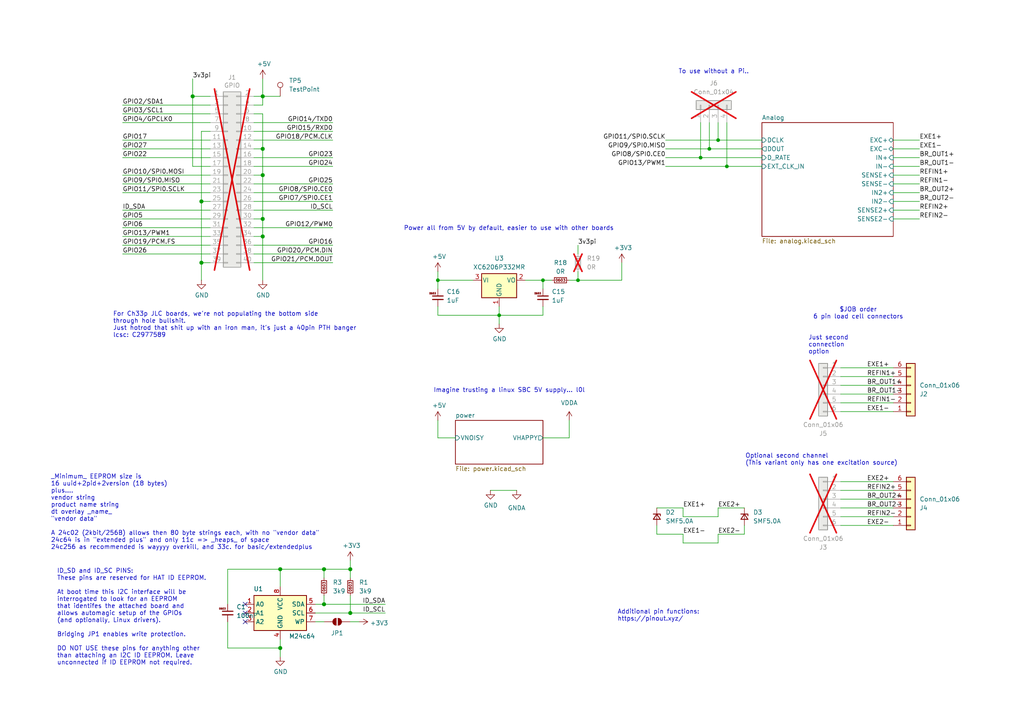
<source format=kicad_sch>
(kicad_sch (version 20250114) (generator "eeschema") (generator_version "9.0")
  (paper "A4")
  (title_block (title "HX711 Linux IIO Eval PiHAT") (date "15 nov 2012"))
  (lib_symbols
    (symbol "Connector:TestPoint" (pin_numbers (hide yes)) (pin_names (offset 0.762) (hide yes))
      (property "Reference" "TP" (at 0 6.858 0))
      (property "Value" "TestPoint" (at 0 5.08 0))
      (symbol "TestPoint_0_1"
        (circle (center 0 3.302) (radius 0.762))
      )
      (symbol "TestPoint_1_1"
        (pin passive line (at 0 0 90) (length 2.54) (name "1") (number "1"))
      )
    )
    (symbol "Connector_Generic:Conn_01x04" (pin_names (offset 1.016) (hide yes))
      (property "Reference" "J" (at 0 5.08 0))
      (property "Value" "Conn_01x04" (at 0 -7.62 0))
      (symbol "Conn_01x04_1_1"
        (rectangle (start -1.27 3.81) (end 1.27 -6.35) (stroke (width 0.254)) (fill (type background)))
        (rectangle (start -1.27 2.667) (end 0 2.413) (stroke (width 0.1524)))
        (rectangle (start -1.27 0.127) (end 0 -0.127) (stroke (width 0.1524)))
        (rectangle (start -1.27 -2.413) (end 0 -2.667) (stroke (width 0.1524)))
        (rectangle (start -1.27 -4.953) (end 0 -5.207) (stroke (width 0.1524)))
        (pin passive line (at -5.08 2.54 0) (length 3.81) (name "Pin_1") (number "1"))
        (pin passive line (at -5.08 0 0) (length 3.81) (name "Pin_2") (number "2"))
        (pin passive line (at -5.08 -2.54 0) (length 3.81) (name "Pin_3") (number "3"))
        (pin passive line (at -5.08 -5.08 0) (length 3.81) (name "Pin_4") (number "4"))
      )
    )
    (symbol "Connector_Generic:Conn_01x06" (pin_names (offset 1.016) (hide yes))
      (property "Reference" "J" (at 0 7.62 0))
      (property "Value" "Conn_01x06" (at 0 -10.16 0))
      (symbol "Conn_01x06_1_1"
        (rectangle (start -1.27 6.35) (end 1.27 -8.89) (stroke (width 0.254)) (fill (type background)))
        (rectangle (start -1.27 5.207) (end 0 4.953) (stroke (width 0.1524)))
        (rectangle (start -1.27 2.667) (end 0 2.413) (stroke (width 0.1524)))
        (rectangle (start -1.27 0.127) (end 0 -0.127) (stroke (width 0.1524)))
        (rectangle (start -1.27 -2.413) (end 0 -2.667) (stroke (width 0.1524)))
        (rectangle (start -1.27 -4.953) (end 0 -5.207) (stroke (width 0.1524)))
        (rectangle (start -1.27 -7.493) (end 0 -7.747) (stroke (width 0.1524)))
        (pin passive line (at -5.08 5.08 0) (length 3.81) (name "Pin_1") (number "1"))
        (pin passive line (at -5.08 2.54 0) (length 3.81) (name "Pin_2") (number "2"))
        (pin passive line (at -5.08 0 0) (length 3.81) (name "Pin_3") (number "3"))
        (pin passive line (at -5.08 -2.54 0) (length 3.81) (name "Pin_4") (number "4"))
        (pin passive line (at -5.08 -5.08 0) (length 3.81) (name "Pin_5") (number "5"))
        (pin passive line (at -5.08 -7.62 0) (length 3.81) (name "Pin_6") (number "6"))
      )
    )
    (symbol "Connector_Generic:Conn_02x20_Odd_Even" (pin_names (offset 1.016) (hide yes))
      (property "Reference" "J" (at 1.27 25.4 0))
      (property "Value" "Conn_02x20_Odd_Even" (at 1.27 -27.94 0))
      (symbol "Conn_02x20_Odd_Even_1_1"
        (rectangle (start -1.27 24.13) (end 3.81 -26.67) (stroke (width 0.254)) (fill (type background)))
        (rectangle (start -1.27 22.987) (end 0 22.733) (stroke (width 0.1524)))
        (rectangle (start -1.27 20.447) (end 0 20.193) (stroke (width 0.1524)))
        (rectangle (start -1.27 17.907) (end 0 17.653) (stroke (width 0.1524)))
        (rectangle (start -1.27 15.367) (end 0 15.113) (stroke (width 0.1524)))
        (rectangle (start -1.27 12.827) (end 0 12.573) (stroke (width 0.1524)))
        (rectangle (start -1.27 10.287) (end 0 10.033) (stroke (width 0.1524)))
        (rectangle (start -1.27 7.747) (end 0 7.493) (stroke (width 0.1524)))
        (rectangle (start -1.27 5.207) (end 0 4.953) (stroke (width 0.1524)))
        (rectangle (start -1.27 2.667) (end 0 2.413) (stroke (width 0.1524)))
        (rectangle (start -1.27 0.127) (end 0 -0.127) (stroke (width 0.1524)))
        (rectangle (start -1.27 -2.413) (end 0 -2.667) (stroke (width 0.1524)))
        (rectangle (start -1.27 -4.953) (end 0 -5.207) (stroke (width 0.1524)))
        (rectangle (start -1.27 -7.493) (end 0 -7.747) (stroke (width 0.1524)))
        (rectangle (start -1.27 -10.033) (end 0 -10.287) (stroke (width 0.1524)))
        (rectangle (start -1.27 -12.573) (end 0 -12.827) (stroke (width 0.1524)))
        (rectangle (start -1.27 -15.113) (end 0 -15.367) (stroke (width 0.1524)))
        (rectangle (start -1.27 -17.653) (end 0 -17.907) (stroke (width 0.1524)))
        (rectangle (start -1.27 -20.193) (end 0 -20.447) (stroke (width 0.1524)))
        (rectangle (start -1.27 -22.733) (end 0 -22.987) (stroke (width 0.1524)))
        (rectangle (start -1.27 -25.273) (end 0 -25.527) (stroke (width 0.1524)))
        (rectangle (start 3.81 22.987) (end 2.54 22.733) (stroke (width 0.1524)))
        (rectangle (start 3.81 20.447) (end 2.54 20.193) (stroke (width 0.1524)))
        (rectangle (start 3.81 17.907) (end 2.54 17.653) (stroke (width 0.1524)))
        (rectangle (start 3.81 15.367) (end 2.54 15.113) (stroke (width 0.1524)))
        (rectangle (start 3.81 12.827) (end 2.54 12.573) (stroke (width 0.1524)))
        (rectangle (start 3.81 10.287) (end 2.54 10.033) (stroke (width 0.1524)))
        (rectangle (start 3.81 7.747) (end 2.54 7.493) (stroke (width 0.1524)))
        (rectangle (start 3.81 5.207) (end 2.54 4.953) (stroke (width 0.1524)))
        (rectangle (start 3.81 2.667) (end 2.54 2.413) (stroke (width 0.1524)))
        (rectangle (start 3.81 0.127) (end 2.54 -0.127) (stroke (width 0.1524)))
        (rectangle (start 3.81 -2.413) (end 2.54 -2.667) (stroke (width 0.1524)))
        (rectangle (start 3.81 -4.953) (end 2.54 -5.207) (stroke (width 0.1524)))
        (rectangle (start 3.81 -7.493) (end 2.54 -7.747) (stroke (width 0.1524)))
        (rectangle (start 3.81 -10.033) (end 2.54 -10.287) (stroke (width 0.1524)))
        (rectangle (start 3.81 -12.573) (end 2.54 -12.827) (stroke (width 0.1524)))
        (rectangle (start 3.81 -15.113) (end 2.54 -15.367) (stroke (width 0.1524)))
        (rectangle (start 3.81 -17.653) (end 2.54 -17.907) (stroke (width 0.1524)))
        (rectangle (start 3.81 -20.193) (end 2.54 -20.447) (stroke (width 0.1524)))
        (rectangle (start 3.81 -22.733) (end 2.54 -22.987) (stroke (width 0.1524)))
        (rectangle (start 3.81 -25.273) (end 2.54 -25.527) (stroke (width 0.1524)))
        (pin passive line (at -5.08 22.86 0) (length 3.81) (name "Pin_1") (number "1"))
        (pin passive line (at -5.08 20.32 0) (length 3.81) (name "Pin_3") (number "3"))
        (pin passive line (at -5.08 17.78 0) (length 3.81) (name "Pin_5") (number "5"))
        (pin passive line (at -5.08 15.24 0) (length 3.81) (name "Pin_7") (number "7"))
        (pin passive line (at -5.08 12.7 0) (length 3.81) (name "Pin_9") (number "9"))
        (pin passive line (at -5.08 10.16 0) (length 3.81) (name "Pin_11") (number "11"))
        (pin passive line (at -5.08 7.62 0) (length 3.81) (name "Pin_13") (number "13"))
        (pin passive line (at -5.08 5.08 0) (length 3.81) (name "Pin_15") (number "15"))
        (pin passive line (at -5.08 2.54 0) (length 3.81) (name "Pin_17") (number "17"))
        (pin passive line (at -5.08 0 0) (length 3.81) (name "Pin_19") (number "19"))
        (pin passive line (at -5.08 -2.54 0) (length 3.81) (name "Pin_21") (number "21"))
        (pin passive line (at -5.08 -5.08 0) (length 3.81) (name "Pin_23") (number "23"))
        (pin passive line (at -5.08 -7.62 0) (length 3.81) (name "Pin_25") (number "25"))
        (pin passive line (at -5.08 -10.16 0) (length 3.81) (name "Pin_27") (number "27"))
        (pin passive line (at -5.08 -12.7 0) (length 3.81) (name "Pin_29") (number "29"))
        (pin passive line (at -5.08 -15.24 0) (length 3.81) (name "Pin_31") (number "31"))
        (pin passive line (at -5.08 -17.78 0) (length 3.81) (name "Pin_33") (number "33"))
        (pin passive line (at -5.08 -20.32 0) (length 3.81) (name "Pin_35") (number "35"))
        (pin passive line (at -5.08 -22.86 0) (length 3.81) (name "Pin_37") (number "37"))
        (pin passive line (at -5.08 -25.4 0) (length 3.81) (name "Pin_39") (number "39"))
        (pin passive line (at 7.62 22.86 180) (length 3.81) (name "Pin_2") (number "2"))
        (pin passive line (at 7.62 20.32 180) (length 3.81) (name "Pin_4") (number "4"))
        (pin passive line (at 7.62 17.78 180) (length 3.81) (name "Pin_6") (number "6"))
        (pin passive line (at 7.62 15.24 180) (length 3.81) (name "Pin_8") (number "8"))
        (pin passive line (at 7.62 12.7 180) (length 3.81) (name "Pin_10") (number "10"))
        (pin passive line (at 7.62 10.16 180) (length 3.81) (name "Pin_12") (number "12"))
        (pin passive line (at 7.62 7.62 180) (length 3.81) (name "Pin_14") (number "14"))
        (pin passive line (at 7.62 5.08 180) (length 3.81) (name "Pin_16") (number "16"))
        (pin passive line (at 7.62 2.54 180) (length 3.81) (name "Pin_18") (number "18"))
        (pin passive line (at 7.62 0 180) (length 3.81) (name "Pin_20") (number "20"))
        (pin passive line (at 7.62 -2.54 180) (length 3.81) (name "Pin_22") (number "22"))
        (pin passive line (at 7.62 -5.08 180) (length 3.81) (name "Pin_24") (number "24"))
        (pin passive line (at 7.62 -7.62 180) (length 3.81) (name "Pin_26") (number "26"))
        (pin passive line (at 7.62 -10.16 180) (length 3.81) (name "Pin_28") (number "28"))
        (pin passive line (at 7.62 -12.7 180) (length 3.81) (name "Pin_30") (number "30"))
        (pin passive line (at 7.62 -15.24 180) (length 3.81) (name "Pin_32") (number "32"))
        (pin passive line (at 7.62 -17.78 180) (length 3.81) (name "Pin_34") (number "34"))
        (pin passive line (at 7.62 -20.32 180) (length 3.81) (name "Pin_36") (number "36"))
        (pin passive line (at 7.62 -22.86 180) (length 3.81) (name "Pin_38") (number "38"))
        (pin passive line (at 7.62 -25.4 180) (length 3.81) (name "Pin_40") (number "40"))
      )
    )
    (symbol "Jumper:SolderJumper_2_Open" (pin_numbers (hide yes)) (pin_names (offset 0) (hide yes)) (exclude_from_sim yes) (in_bom no)
      (property "Reference" "JP" (at 0 2.032 0))
      (property "Value" "SolderJumper_2_Open" (at 0 -2.54 0))
      (symbol "SolderJumper_2_Open_0_1"
        (polyline (pts (xy -0.254 1.016) (xy -0.254 -1.016)))
        (arc (start -0.254 -1.016) (mid -1.2656 0) (end -0.254 1.016))
        (arc (start -0.254 -1.016) (mid -1.2656 0) (end -0.254 1.016) (fill (type outline)))
        (arc (start 0.254 1.016) (mid 1.2656 0) (end 0.254 -1.016))
        (arc (start 0.254 1.016) (mid 1.2656 0) (end 0.254 -1.016) (fill (type outline)))
        (polyline (pts (xy 0.254 1.016) (xy 0.254 -1.016)))
      )
      (symbol "SolderJumper_2_Open_1_1"
        (pin passive line (at -3.81 0 0) (length 2.54) (name "A") (number "1"))
        (pin passive line (at 3.81 0 180) (length 2.54) (name "B") (number "2"))
      )
    )
    (symbol "Memory_EEPROM:CAT24C256"
      (property "Reference" "U" (at -6.35 6.35 0))
      (property "Value" "CAT24C256" (at 1.27 6.35 0))
      (symbol "CAT24C256_1_1"
        (rectangle (start -7.62 5.08) (end 7.62 -5.08) (stroke (width 0.254)) (fill (type background)))
        (pin input line (at -10.16 2.54 0) (length 2.54) (name "A0") (number "1"))
        (pin input line (at -10.16 0 0) (length 2.54) (name "A1") (number "2"))
        (pin input line (at -10.16 -2.54 0) (length 2.54) (name "A2") (number "3"))
        (pin power_in line (at 0 7.62 270) (length 2.54) (name "VCC") (number "8"))
        (pin power_in line (at 0 -7.62 90) (length 2.54) (name "GND") (number "4"))
        (pin bidirectional line (at 10.16 2.54 180) (length 2.54) (name "SDA") (number "5"))
        (pin input line (at 10.16 0 180) (length 2.54) (name "SCL") (number "6"))
        (pin input line (at 10.16 -2.54 180) (length 2.54) (name "WP") (number "7"))
      )
    )
    (symbol "Regulator_Linear:XC6206PxxxMR" (pin_names (offset 0.254))
      (property "Reference" "U" (at -3.81 3.175 0))
      (property "Value" "XC6206PxxxMR" (at 0 3.175 0))
      (symbol "XC6206PxxxMR_0_1"
        (rectangle (start -5.08 1.905) (end 5.08 -5.08) (stroke (width 0.254)) (fill (type background)))
      )
      (symbol "XC6206PxxxMR_1_1"
        (pin power_in line (at -7.62 0 0) (length 2.54) (name "VI") (number "3"))
        (pin power_in line (at 0 -7.62 90) (length 2.54) (name "GND") (number "1"))
        (pin power_out line (at 7.62 0 180) (length 2.54) (name "VO") (number "2"))
      )
    )
    (symbol "karl-marel-atomics:KC0603_100nF" (pin_numbers (hide yes)) (pin_names (offset 0.254) (hide yes))
      (property "Reference" "C" (at 0.254 1.778 0))
      (property "Value" "100nF" (at 0.254 -2.032 0))
      (symbol "KC0603_100nF_0_1"
        (polyline (pts (xy -1.524 0.508) (xy 1.524 0.508)) (stroke (width 0.3048)))
        (polyline (pts (xy -1.524 -0.508) (xy 1.524 -0.508)) (stroke (width 0.3302)))
      )
      (symbol "KC0603_100nF_1_1"
        (text "0603" (at -1.524 1.27 0) (effects (font (size 0.508 0.508))))
        (pin passive line (at 0 2.54 270) (length 2.032) (name "~") (number "1"))
        (pin passive line (at 0 -2.54 90) (length 2.032) (name "~") (number "2"))
      )
    )
    (symbol "karl-marel-atomics:KC0603_1uF" (pin_numbers (hide yes)) (pin_names (offset 0.254) (hide yes))
      (property "Reference" "C" (at 0.254 1.778 0))
      (property "Value" "1uF" (at 0.254 -2.032 0))
      (symbol "KC0603_1uF_0_1"
        (polyline (pts (xy -1.524 0.508) (xy 1.524 0.508)) (stroke (width 0.3048)))
        (polyline (pts (xy -1.524 -0.508) (xy 1.524 -0.508)) (stroke (width 0.3302)))
      )
      (symbol "KC0603_1uF_1_1"
        (text "0603" (at -1.524 1.27 0) (effects (font (size 0.508 0.508))))
        (pin passive line (at 0 2.54 270) (length 2.032) (name "~") (number "1"))
        (pin passive line (at 0 -2.54 90) (length 2.032) (name "~") (number "2"))
      )
    )
    (symbol "karl-marel-atomics:KR0603_0R" (pin_numbers (hide yes)) (pin_names (offset 0.254) (hide yes))
      (property "Reference" "R" (at 0.762 0.508 0))
      (property "Value" "0R" (at 0.762 -1.016 0))
      (symbol "KR0603_0R_0_1"
        (rectangle (start -0.762 1.778) (end 0.762 -1.778) (stroke (width 0.2032)))
      )
      (symbol "KR0603_0R_1_1"
        (text "0603" (at 0 0 900) (effects (font (size 0.762 0.762))))
        (pin passive line (at 0 2.54 270) (length 0.762) (name "~") (number "1"))
        (pin passive line (at 0 -2.54 90) (length 0.762) (name "~") (number "2"))
      )
    )
    (symbol "karl-marel-atomics:KR0603_3k9" (pin_numbers (hide yes)) (pin_names (offset 0.254) (hide yes))
      (property "Reference" "R" (at 0.762 0.508 0))
      (property "Value" "3k9" (at 0.762 -1.016 0))
      (symbol "KR0603_3k9_0_1"
        (rectangle (start -0.762 1.778) (end 0.762 -1.778) (stroke (width 0.2032)))
      )
      (symbol "KR0603_3k9_1_1"
        (text "0603" (at 0 0 900) (effects (font (size 0.762 0.762))))
        (pin passive line (at 0 2.54 270) (length 0.762) (name "~") (number "1"))
        (pin passive line (at 0 -2.54 90) (length 0.762) (name "~") (number "2"))
      )
    )
    (symbol "karl-marel-atomics:SMF5.0A" (pin_numbers (hide yes)) (pin_names (offset 0.254) (hide yes))
      (property "Reference" "D" (at 0 2.286 0))
      (property "Value" "SMF5.0A" (at 0 -2.286 0))
      (symbol "SMF5.0A_0_1"
        (polyline (pts (xy -0.254 1.016) (xy -0.762 1.016) (xy -0.762 -1.016)) (stroke (width 0.254)))
        (polyline (pts (xy 0.762 1.016) (xy -0.762 0) (xy 0.762 -1.016) (xy 0.762 1.016)) (stroke (width 0.254)))
        (polyline (pts (xy 0.762 0) (xy -0.762 0)))
      )
      (symbol "SMF5.0A_1_1"
        (pin passive line (at -2.54 0 0) (length 1.778) (name "K") (number "1"))
        (pin passive line (at 2.54 0 180) (length 1.778) (name "A") (number "2"))
      )
    )
    (symbol "power:+3.3V" (power) (pin_numbers (hide yes)) (pin_names (offset 0) (hide yes))
      (property "Value" "+3.3V" (at 0 3.556 0))
      (symbol "+3.3V_0_1"
        (polyline (pts (xy -0.762 1.27) (xy 0 2.54)))
        (polyline (pts (xy 0 2.54) (xy 0.762 1.27)))
        (polyline (pts (xy 0 0) (xy 0 2.54)))
      )
      (symbol "+3.3V_1_1"
        (pin power_in line (at 0 0 90) (length 0) (name "~") (number "1"))
      )
    )
    (symbol "power:+5V" (power) (pin_numbers (hide yes)) (pin_names (offset 0) (hide yes))
      (property "Value" "+5V" (at 0 3.556 0))
      (symbol "+5V_0_1"
        (polyline (pts (xy -0.762 1.27) (xy 0 2.54)))
        (polyline (pts (xy 0 2.54) (xy 0.762 1.27)))
        (polyline (pts (xy 0 0) (xy 0 2.54)))
      )
      (symbol "+5V_1_1"
        (pin power_in line (at 0 0 90) (length 0) (name "~") (number "1"))
      )
    )
    (symbol "power:GND" (power) (pin_numbers (hide yes)) (pin_names (offset 0) (hide yes))
      (property "Value" "GND" (at 0 -3.81 0))
      (symbol "GND_0_1"
        (polyline (pts (xy 0 0) (xy 0 -1.27) (xy 1.27 -1.27) (xy 0 -2.54) (xy -1.27 -1.27) (xy 0 -1.27)))
      )
      (symbol "GND_1_1"
        (pin power_in line (at 0 0 270) (length 0) (name "~") (number "1"))
      )
    )
    (symbol "power:GNDA" (power) (pin_numbers (hide yes)) (pin_names (offset 0) (hide yes))
      (property "Value" "GNDA" (at 0 -3.81 0))
      (symbol "GNDA_0_1"
        (polyline (pts (xy 0 0) (xy 0 -1.27) (xy 1.27 -1.27) (xy 0 -2.54) (xy -1.27 -1.27) (xy 0 -1.27)))
      )
      (symbol "GNDA_1_1"
        (pin power_in line (at 0 0 270) (length 0) (name "~") (number "1"))
      )
    )
    (symbol "power:VDDA" (power) (pin_numbers (hide yes)) (pin_names (offset 0) (hide yes))
      (property "Value" "VDDA" (at 0 3.556 0))
      (symbol "VDDA_0_1"
        (polyline (pts (xy -0.762 1.27) (xy 0 2.54)))
        (polyline (pts (xy 0 2.54) (xy 0.762 1.27)))
        (polyline (pts (xy 0 0) (xy 0 2.54)))
      )
      (symbol "VDDA_1_1"
        (pin power_in line (at 0 0 90) (length 0) (name "~") (number "1"))
      )
    )
  )
  (text "Just second\nconnection\noption" (at 234.442 100.076 0) (effects (font (size 1.27 1.27)) (justify left)))
  (text "_Minimum_ EEPROM size is\n16 uuid+2pid+2version (18 bytes)\nplus....\nvendor string\nproduct name string\ndt overlay _name_\n\"vendor data\"\n\nA 24c02 (2kbit/256B) allows then 80 byte strings each, with no \"vendor data\"\n24c64 is in \"extended plus\" and only 11c => _heaps_ of space\n24c256 as recommended is wayyyy overkill, and 33c. for basic/extendedplus" (at 14.732 148.59 0) (effects (font (size 1.27 1.27)) (justify left)))
  (text "To use without a Pi.." (at 207.01 20.828 0) (effects (font (size 1.27 1.27))))
  (text "Additional pin functions:\nhttps://pinout.xyz/" (at 179.07 180.34 0) (effects (font (size 1.27 1.27)) (justify left bottom)))
  (text "$JOB order\n6 pin load cell connectors" (at 248.92 90.932 0) (effects (font (size 1.27 1.27))))
  (text "Power all from 5V by default, easier to use with other boards" (at 117.094 66.294 0) (effects (font (size 1.27 1.27)) (justify left)))
  (text "ID_SD and ID_SC PINS:\nThese pins are reserved for HAT ID EEPROM.\n\nAt boot time this I2C interface will be\ninterrogated to look for an EEPROM\nthat identifes the attached board and\nallows automagic setup of the GPIOs\n(and optionally, Linux drivers).\n\nBridging JP1 enables write protection.\n\nDO NOT USE these pins for anything other\nthan attaching an I2C ID EEPROM. Leave\nunconnected if ID EEPROM not required." (at 16.51 193.04 0) (effects (font (size 1.27 1.27)) (justify left bottom)))
  (text "Optional second channel\n(This variant only has one excitation source)" (at 216.154 133.35 0) (effects (font (size 1.27 1.27)) (justify left)))
  (text "For Ch33p JLC boards, we're not populating the bottom side\nthrough hole bullshit.\nJust hotrod that shit up with an iron man, it's just a 40pin PTH banger\nlcsc: C2977589" (at 32.766 94.234 0) (effects (font (size 1.27 1.27)) (justify left)))
  (text "Imagine trusting a linux SBC 5V supply... l0l" (at 125.73 113.284 0) (effects (font (size 1.27 1.27)) (justify left)))
  (junction (at 93.98 175.26) (diameter 1.016))
  (junction (at 76.2 27.94) (diameter 1.016))
  (junction (at 81.28 187.96) (diameter 1.016))
  (junction (at 76.2 43.18) (diameter 1.016))
  (junction (at 81.28 165.1) (diameter 1.016))
  (junction (at 208.28 40.64))
  (junction (at 205.74 43.18))
  (junction (at 101.6 165.1) (diameter 1.016))
  (junction (at 157.48 81.28))
  (junction (at 58.42 76.2) (diameter 1.016))
  (junction (at 127 81.28))
  (junction (at 203.2 45.72))
  (junction (at 58.42 58.42) (diameter 1.016))
  (junction (at 76.2 68.58) (diameter 1.016))
  (junction (at 144.78 91.44))
  (junction (at 76.2 63.5) (diameter 1.016))
  (junction (at 167.64 81.28))
  (junction (at 76.2 50.8) (diameter 1.016))
  (junction (at 101.6 177.8) (diameter 1.016))
  (junction (at 210.82 48.26))
  (junction (at 55.88 27.94) (diameter 1.016))
  (junction (at 93.98 165.1) (diameter 1.016))
  (no_connect (at 71.12 175.26))
  (no_connect (at 71.12 177.8))
  (no_connect (at 71.12 180.34))
  (wire (pts (xy 73.66 53.34) (xy 96.52 53.34)))
  (wire (pts (xy 35.56 66.04) (xy 60.96 66.04)))
  (wire (pts (xy 58.42 58.42) (xy 58.42 76.2)))
  (wire (pts (xy 35.56 35.56) (xy 60.96 35.56)))
  (wire (pts (xy 190.5 147.32) (xy 198.12 147.32)))
  (wire (pts (xy 205.74 35.56) (xy 205.74 43.18)))
  (wire (pts (xy 243.84 106.68) (xy 259.08 106.68)))
  (wire (pts (xy 190.5 152.4) (xy 190.5 154.94)))
  (wire (pts (xy 73.66 45.72) (xy 96.52 45.72)))
  (wire (pts (xy 81.28 165.1) (xy 93.98 165.1)))
  (wire (pts (xy 101.6 165.1) (xy 93.98 165.1)))
  (wire (pts (xy 101.6 167.64) (xy 101.6 165.1)))
  (wire (pts (xy 180.34 81.28) (xy 180.34 76.2)))
  (wire (pts (xy 266.7 43.18) (xy 259.08 43.18)))
  (wire (pts (xy 76.2 33.02) (xy 76.2 43.18)))
  (wire (pts (xy 76.2 50.8) (xy 73.66 50.8)))
  (wire (pts (xy 76.2 63.5) (xy 76.2 68.58)))
  (wire (pts (xy 208.28 147.32) (xy 215.9 147.32)))
  (wire (pts (xy 144.78 91.44) (xy 144.78 93.98)))
  (wire (pts (xy 208.28 154.94) (xy 208.28 157.48)))
  (wire (pts (xy 266.7 58.42) (xy 259.08 58.42)))
  (wire (pts (xy 35.56 60.96) (xy 60.96 60.96)))
  (wire (pts (xy 76.2 50.8) (xy 76.2 63.5)))
  (wire (pts (xy 58.42 38.1) (xy 58.42 58.42)))
  (wire (pts (xy 208.28 147.32) (xy 208.28 149.86)))
  (wire (pts (xy 91.44 175.26) (xy 93.98 175.26)))
  (wire (pts (xy 93.98 175.26) (xy 111.76 175.26)))
  (wire (pts (xy 157.48 83.82) (xy 157.48 81.28)))
  (wire (pts (xy 210.82 35.56) (xy 210.82 48.26)))
  (wire (pts (xy 127 91.44) (xy 144.78 91.44)))
  (wire (pts (xy 243.84 139.7) (xy 259.08 139.7)))
  (wire (pts (xy 243.84 142.24) (xy 259.08 142.24)))
  (wire (pts (xy 142.24 142.24) (xy 149.86 142.24)))
  (wire (pts (xy 58.42 38.1) (xy 60.96 38.1)))
  (wire (pts (xy 91.44 180.34) (xy 93.98 180.34)))
  (wire (pts (xy 101.6 180.34) (xy 104.14 180.34)))
  (wire (pts (xy 266.7 45.72) (xy 259.08 45.72)))
  (wire (pts (xy 73.66 73.66) (xy 96.52 73.66)))
  (wire (pts (xy 76.2 27.94) (xy 81.28 27.94)))
  (wire (pts (xy 35.56 55.88) (xy 60.96 55.88)))
  (wire (pts (xy 35.56 63.5) (xy 60.96 63.5)))
  (wire (pts (xy 165.1 127) (xy 165.1 121.92)))
  (wire (pts (xy 193.04 45.72) (xy 203.2 45.72)))
  (wire (pts (xy 35.56 53.34) (xy 60.96 53.34)))
  (wire (pts (xy 208.28 35.56) (xy 208.28 40.64)))
  (wire (pts (xy 35.56 30.48) (xy 60.96 30.48)))
  (wire (pts (xy 198.12 157.48) (xy 198.12 154.94)))
  (wire (pts (xy 73.66 55.88) (xy 96.52 55.88)))
  (wire (pts (xy 58.42 58.42) (xy 60.96 58.42)))
  (wire (pts (xy 101.6 162.56) (xy 101.6 165.1)))
  (wire (pts (xy 73.66 76.2) (xy 96.52 76.2)))
  (wire (pts (xy 167.64 78.74) (xy 167.64 81.28)))
  (wire (pts (xy 193.04 40.64) (xy 208.28 40.64)))
  (wire (pts (xy 81.28 165.1) (xy 81.28 170.18)))
  (wire (pts (xy 167.64 71.12) (xy 167.64 73.66)))
  (wire (pts (xy 198.12 149.86) (xy 198.12 147.32)))
  (wire (pts (xy 157.48 81.28) (xy 160.02 81.28)))
  (wire (pts (xy 266.7 53.34) (xy 259.08 53.34)))
  (wire (pts (xy 58.42 76.2) (xy 58.42 81.28)))
  (wire (pts (xy 101.6 172.72) (xy 101.6 177.8)))
  (wire (pts (xy 55.88 22.86) (xy 55.88 27.94)))
  (wire (pts (xy 73.66 71.12) (xy 96.52 71.12)))
  (wire (pts (xy 127 127) (xy 127 121.92)))
  (wire (pts (xy 35.56 45.72) (xy 60.96 45.72)))
  (wire (pts (xy 73.66 66.04) (xy 96.52 66.04)))
  (wire (pts (xy 165.1 81.28) (xy 167.64 81.28)))
  (wire (pts (xy 76.2 68.58) (xy 73.66 68.58)))
  (wire (pts (xy 35.56 33.02) (xy 60.96 33.02)))
  (wire (pts (xy 73.66 60.96) (xy 96.52 60.96)))
  (wire (pts (xy 266.7 55.88) (xy 259.08 55.88)))
  (wire (pts (xy 127 88.9) (xy 127 91.44)))
  (wire (pts (xy 73.66 35.56) (xy 96.52 35.56)))
  (wire (pts (xy 55.88 48.26) (xy 60.96 48.26)))
  (wire (pts (xy 243.84 109.22) (xy 259.08 109.22)))
  (wire (pts (xy 127 81.28) (xy 137.16 81.28)))
  (wire (pts (xy 76.2 27.94) (xy 76.2 30.48)))
  (wire (pts (xy 35.56 43.18) (xy 60.96 43.18)))
  (wire (pts (xy 76.2 43.18) (xy 76.2 50.8)))
  (wire (pts (xy 76.2 43.18) (xy 73.66 43.18)))
  (wire (pts (xy 76.2 22.86) (xy 76.2 27.94)))
  (wire (pts (xy 73.66 58.42) (xy 96.52 58.42)))
  (wire (pts (xy 93.98 165.1) (xy 93.98 167.64)))
  (wire (pts (xy 127 81.28) (xy 127 83.82)))
  (wire (pts (xy 76.2 27.94) (xy 73.66 27.94)))
  (wire (pts (xy 243.84 114.3) (xy 259.08 114.3)))
  (wire (pts (xy 55.88 27.94) (xy 55.88 48.26)))
  (wire (pts (xy 243.84 119.38) (xy 259.08 119.38)))
  (wire (pts (xy 73.66 48.26) (xy 96.52 48.26)))
  (wire (pts (xy 93.98 172.72) (xy 93.98 175.26)))
  (wire (pts (xy 243.84 116.84) (xy 259.08 116.84)))
  (wire (pts (xy 91.44 177.8) (xy 101.6 177.8)))
  (wire (pts (xy 101.6 177.8) (xy 111.76 177.8)))
  (wire (pts (xy 198.12 157.48) (xy 208.28 157.48)))
  (wire (pts (xy 193.04 43.18) (xy 205.74 43.18)))
  (wire (pts (xy 157.48 81.28) (xy 152.4 81.28)))
  (wire (pts (xy 205.74 43.18) (xy 220.98 43.18)))
  (wire (pts (xy 266.7 48.26) (xy 259.08 48.26)))
  (wire (pts (xy 144.78 88.9) (xy 144.78 91.44)))
  (wire (pts (xy 157.48 91.44) (xy 144.78 91.44)))
  (wire (pts (xy 203.2 35.56) (xy 203.2 45.72)))
  (wire (pts (xy 35.56 68.58) (xy 60.96 68.58)))
  (wire (pts (xy 266.7 60.96) (xy 259.08 60.96)))
  (wire (pts (xy 215.9 152.4) (xy 215.9 154.94)))
  (wire (pts (xy 76.2 30.48) (xy 73.66 30.48)))
  (wire (pts (xy 35.56 71.12) (xy 60.96 71.12)))
  (wire (pts (xy 190.5 154.94) (xy 198.12 154.94)))
  (wire (pts (xy 73.66 40.64) (xy 96.52 40.64)))
  (wire (pts (xy 266.7 63.5) (xy 259.08 63.5)))
  (wire (pts (xy 58.42 76.2) (xy 60.96 76.2)))
  (wire (pts (xy 243.84 147.32) (xy 259.08 147.32)))
  (wire (pts (xy 35.56 40.64) (xy 60.96 40.64)))
  (wire (pts (xy 66.04 165.1) (xy 66.04 175.26)))
  (wire (pts (xy 208.28 40.64) (xy 220.98 40.64)))
  (wire (pts (xy 127 78.74) (xy 127 81.28)))
  (wire (pts (xy 76.2 33.02) (xy 73.66 33.02)))
  (wire (pts (xy 203.2 45.72) (xy 220.98 45.72)))
  (wire (pts (xy 35.56 73.66) (xy 60.96 73.66)))
  (wire (pts (xy 243.84 149.86) (xy 259.08 149.86)))
  (wire (pts (xy 193.04 48.26) (xy 210.82 48.26)))
  (wire (pts (xy 167.64 81.28) (xy 180.34 81.28)))
  (wire (pts (xy 266.7 40.64) (xy 259.08 40.64)))
  (wire (pts (xy 243.84 111.76) (xy 259.08 111.76)))
  (wire (pts (xy 210.82 48.26) (xy 220.98 48.26)))
  (wire (pts (xy 266.7 50.8) (xy 259.08 50.8)))
  (wire (pts (xy 66.04 180.34) (xy 66.04 187.96)))
  (wire (pts (xy 66.04 187.96) (xy 81.28 187.96)))
  (wire (pts (xy 81.28 165.1) (xy 66.04 165.1)))
  (wire (pts (xy 215.9 154.94) (xy 208.28 154.94)))
  (wire (pts (xy 81.28 185.42) (xy 81.28 187.96)))
  (wire (pts (xy 81.28 187.96) (xy 81.28 190.5)))
  (wire (pts (xy 73.66 38.1) (xy 96.52 38.1)))
  (wire (pts (xy 76.2 68.58) (xy 76.2 81.28)))
  (wire (pts (xy 76.2 63.5) (xy 73.66 63.5)))
  (wire (pts (xy 132.08 127) (xy 127 127)))
  (wire (pts (xy 35.56 50.8) (xy 60.96 50.8)))
  (wire (pts (xy 55.88 27.94) (xy 60.96 27.94)))
  (wire (pts (xy 157.48 88.9) (xy 157.48 91.44)))
  (wire (pts (xy 157.48 127) (xy 165.1 127)))
  (wire (pts (xy 243.84 144.78) (xy 259.08 144.78)))
  (wire (pts (xy 198.12 149.86) (xy 208.28 149.86)))
  (wire (pts (xy 243.84 152.4) (xy 259.08 152.4)))
  (label "EXE1+" (at 266.7 40.64 0))
  (label "ID_SDA" (at 35.56 60.96 0))
  (label "GPIO6" (at 35.56 66.04 0))
  (label "REFIN2-" (at 266.7 63.5 0))
  (label "ID_SDA" (at 111.76 175.26 180))
  (label "ID_SCL" (at 96.52 60.96 180))
  (label "GPIO5" (at 35.56 63.5 0))
  (label "EXE1-" (at 251.46 119.38 0))
  (label "GPIO21{slash}PCM.DOUT" (at 96.52 76.2 180))
  (label "GPIO11{slash}SPI0.SCLK" (at 193.04 40.64 180))
  (label "GPIO19{slash}PCM.FS" (at 35.56 71.12 0))
  (label "GPIO10{slash}SPI0.MOSI" (at 35.56 50.8 0))
  (label "GPIO9{slash}SPI0.MISO" (at 35.56 53.34 0))
  (label "GPIO23" (at 96.52 45.72 180))
  (label "REFIN1+" (at 251.46 109.22 0))
  (label "EXE2+" (at 251.46 139.7 0))
  (label "GPIO9{slash}SPI0.MISO" (at 193.04 43.18 180))
  (label "EXE1-" (at 198.12 154.94 0))
  (label "GPIO4{slash}GPCLK0" (at 35.56 35.56 0))
  (label "BR_OUT1-" (at 251.46 114.3 0))
  (label "GPIO27" (at 35.56 43.18 0))
  (label "GPIO26" (at 35.56 73.66 0))
  (label "GPIO14{slash}TXD0" (at 96.52 35.56 180))
  (label "GPIO8{slash}SPI0.CE0" (at 96.52 55.88 180))
  (label "GPIO15{slash}RXD0" (at 96.52 38.1 180))
  (label "GPIO16" (at 96.52 71.12 180))
  (label "3v3pi" (at 55.88 22.86 0))
  (label "GPIO8{slash}SPI0.CE0" (at 193.04 45.72 180))
  (label "REFIN1-" (at 251.46 116.84 0))
  (label "BR_OUT2+" (at 251.46 144.78 0))
  (label "EXE1-" (at 266.7 43.18 0))
  (label "BR_OUT1-" (at 266.7 48.26 0))
  (label "GPIO22" (at 35.56 45.72 0))
  (label "GPIO2{slash}SDA1" (at 35.56 30.48 0))
  (label "GPIO17" (at 35.56 40.64 0))
  (label "EXE2-" (at 208.28 154.94 0))
  (label "REFIN1+" (at 266.7 50.8 0))
  (label "GPIO25" (at 96.52 53.34 180))
  (label "GPIO3{slash}SCL1" (at 35.56 33.02 0))
  (label "GPIO18{slash}PCM.CLK" (at 96.52 40.64 180))
  (label "GPIO12{slash}PWM0" (at 96.52 66.04 180))
  (label "EXE1+" (at 251.46 106.68 0))
  (label "GPIO13{slash}PWM1" (at 35.56 68.58 0))
  (label "GPIO20{slash}PCM.DIN" (at 96.52 73.66 180))
  (label "GPIO24" (at 96.52 48.26 180))
  (label "REFIN2+" (at 266.7 60.96 0))
  (label "GPIO7{slash}SPI0.CE1" (at 96.52 58.42 180))
  (label "EXE2-" (at 251.46 152.4 0))
  (label "EXE2+" (at 208.28 147.32 0))
  (label "BR_OUT2+" (at 266.7 55.88 0))
  (label "ID_SCL" (at 111.76 177.8 180))
  (label "REFIN1-" (at 266.7 53.34 0))
  (label "GPIO13{slash}PWM1" (at 193.04 48.26 180))
  (label "EXE1+" (at 198.12 147.32 0))
  (label "BR_OUT1+" (at 251.46 111.76 0))
  (label "REFIN2-" (at 251.46 149.86 0))
  (label "3v3pi" (at 167.64 71.12 0))
  (label "BR_OUT2-" (at 266.7 58.42 0))
  (label "GPIO11{slash}SPI0.SCLK" (at 35.56 55.88 0))
  (label "BR_OUT1+" (at 266.7 45.72 0))
  (label "BR_OUT2-" (at 251.46 147.32 0))
  (label "REFIN2+" (at 251.46 142.24 0))
  (symbol (lib_id "power:+5V") (at 76.2 22.86 0) (unit 1)
    (property "Reference" "#PWR01" (effects (hide yes)))
    (property "Value" "+5V" (at 76.5683 18.5356 0))
    (property "Description" "Power symbol creates a global label with name \"+5V\"" (effects (hide yes)))
  )
  (symbol (lib_id "power:+3.3V") (at 180.34 76.2 0) (unit 1)
    (property "Reference" "#PWR04" (effects (hide yes)))
    (property "Value" "+3V3" (at 180.7083 71.8756 0))
    (property "Description" "Power symbol creates a global label with name \"+3.3V\"" (effects (hide yes)))
  )
  (symbol (lib_id "power:GND") (at 76.2 81.28 0) (unit 1)
    (property "Reference" "#PWR02" (effects (hide yes)))
    (property "Value" "GND" (at 76.3143 85.6044 0))
    (property "Description" "Power symbol creates a global label with name \"GND\" , ground" (effects (hide yes)))
  )
  (symbol (lib_id "power:GND") (at 58.42 81.28 0) (unit 1)
    (property "Reference" "#PWR03" (effects (hide yes)))
    (property "Value" "GND" (at 58.5343 85.6044 0))
    (property "Description" "Power symbol creates a global label with name \"GND\" , ground" (effects (hide yes)))
  )
  (symbol (lib_id "Connector_Generic:Conn_02x20_Odd_Even") (at 66.04 50.8 0) (unit 1) (dnp yes)
    (property "Reference" "J1" (at 67.31 22.4598 0))
    (property "Value" "GPIO" (at 67.31 24.765 0))
    (property "Footprint" "Connector_PinSocket_2.54mm:PinSocket_2x20_P2.54mm_Vertical" (effects (hide yes)))
    (property "Description" "Generic connector, double row, 02x20, odd/even pin numbering scheme (row 1 odd numbers, row 2 even numbers), script generated (kicad-library-utils/schlib/autogen/connector/)" (effects (hide yes)))
  )
  (symbol (lib_id "Connector_Generic:Conn_01x04") (at 205.74 30.48 90) (unit 1) (dnp yes)
    (property "Reference" "J6" (at 207.01 24.13 90))
    (property "Value" "Conn_01x04" (at 207.01 26.67 90))
    (property "Footprint" "Connector_PinHeader_2.54mm:PinHeader_1x04_P2.54mm_Vertical" (effects (hide yes)))
    (property "Description" "Generic connector, single row, 01x04, script generated (kicad-library-utils/schlib/autogen/connector/)" (effects (hide yes)))
  )
  (symbol (lib_id "karl-marel-atomics:KC0603_100nF") (at 66.04 177.8 0) (unit 1)
    (property "Reference" "C1" (at 68.58 176.0271 0) (effects (justify left)))
    (property "Value" "100nF" (at 68.58 178.5671 0) (effects (justify left)))
    (property "Footprint" "Capacitor_SMD:C_0603_1608Metric" (effects (hide yes)))
    (property "Description" "50V, X7R" (effects (hide yes)))
    (property "MPN" "CC0603KRX7R9BB104" (effects (hide yes)))
    (property "LCSC Part #" "C14663" (effects (hide yes)))
    (property "jlcbasic" "basic" (effects (hide yes)))
  )
  (symbol (lib_id "power:GND") (at 144.78 93.98 0) (unit 1)
    (property "Reference" "#PWR019" (effects (hide yes)))
    (property "Value" "GND" (at 144.8943 98.3044 0))
    (property "Description" "Power symbol creates a global label with name \"GND\" , ground" (effects (hide yes)))
  )
  (symbol (lib_id "karl-marel-atomics:KR0603_0R") (at 167.64 76.2 180) (unit 1) (dnp yes)
    (property "Reference" "R19" (at 170.18 74.9299 0) (effects (justify right)))
    (property "Value" "0R" (at 170.18 77.4699 0) (effects (justify right)))
    (property "Footprint" "Resistor_SMD:R_0603_1608Metric" (effects (hide yes)))
    (property "Description" "Resistor, 0603" (effects (hide yes)))
    (property "LCSC Part #" "C21189" (effects (hide yes)))
    (property "MPN" "0603WAF0000T5E" (effects (hide yes)))
    (property "jlcbasic" "basic" (effects (hide yes)))
  )
  (symbol (lib_id "Jumper:SolderJumper_2_Open") (at 97.79 180.34 0) (unit 1)
    (property "Reference" "JP1" (at 97.79 183.623 0))
    (property "Value" "ID_WP" (effects (hide yes)))
    (property "Footprint" "Jumper:SolderJumper-2_P1.3mm_Open_TrianglePad1.0x1.5mm" (effects (hide yes)))
    (property "Description" "Solder Jumper, 2-pole, open" (effects (hide yes)))
  )
  (symbol (lib_id "karl-marel-atomics:SMF5.0A") (at 190.5 149.86 270) (unit 1)
    (property "Reference" "D2" (at 193.04 148.5899 90) (effects (justify left)))
    (property "Value" "SMF5.0A" (at 193.04 151.1299 90) (effects (justify left)))
    (property "Footprint" "Diode_SMD:D_SOD-123F" (effects (hide yes)))
    (property "Description" "Unidirectional TVS, 5V, 200W peak," (effects (hide yes)))
    (property "MPN" "SMF5.0A" (effects (hide yes)))
    (property "LCSC Part #" "C19077497" (effects (hide yes)))
  )
  (symbol (lib_id "power:+3.3V") (at 101.6 162.56 0) (unit 1)
    (property "Reference" "#PWR0101" (effects (hide yes)))
    (property "Value" "+3V3" (at 101.9683 158.2356 0))
    (property "Description" "Power symbol creates a global label with name \"+3.3V\"" (effects (hide yes)))
  )
  (symbol (lib_id "karl-marel-atomics:KR0603_3k9") (at 101.6 170.18 0) (unit 1)
    (property "Reference" "R1" (at 104.14 168.9099 0) (effects (justify left)))
    (property "Value" "3k9" (at 104.14 171.4499 0) (effects (justify left)))
    (property "Footprint" "Resistor_SMD:R_0603_1608Metric" (effects (hide yes)))
    (property "Description" "Resistor, 0603" (effects (hide yes)))
    (property "MPN" "0603WAF3901T5E" (effects (hide yes)))
    (property "LCSC Part #" "C23018" (effects (hide yes)))
    (property "jlcbasic" "basic" (effects (hide yes)))
  )
  (symbol (lib_id "power:GNDA") (at 149.86 142.24 0) (unit 1)
    (property "Reference" "#PWR011" (effects (hide yes)))
    (property "Value" "GNDA" (at 149.86 147.32 0))
    (property "Description" "Power symbol creates a global label with name \"GNDA\" , analog ground" (effects (hide yes)))
  )
  (symbol (lib_id "Connector_Generic:Conn_01x06") (at 238.76 144.78 0) (mirror y) (unit 1) (dnp yes)
    (property "Reference" "J3" (at 238.76 158.75 0))
    (property "Value" "Conn_01x06" (at 238.76 156.21 0))
    (property "Footprint" "Connector_PinHeader_2.54mm:PinHeader_1x06_P2.54mm_Vertical" (effects (hide yes)))
    (property "Description" "Generic connector, single row, 01x06, script generated (kicad-library-utils/schlib/autogen/connector/)" (effects (hide yes)))
  )
  (symbol (lib_id "power:VDDA") (at 165.1 121.92 0) (unit 1)
    (property "Reference" "#PWR016" (effects (hide yes)))
    (property "Value" "VDDA" (at 165.1 116.84 0))
    (property "Description" "Power symbol creates a global label with name \"VDDA\"" (effects (hide yes)))
  )
  (symbol (lib_id "Memory_EEPROM:CAT24C256") (at 81.28 177.8 0) (unit 1)
    (property "Reference" "U1" (at 74.93 170.7958 0))
    (property "Value" "M24c64" (at 87.63 184.5245 0))
    (property "Footprint" "Package_SO:SOIC-8_3.9x4.9mm_P1.27mm" (effects (hide yes)))
    (property "Datasheet" "https://www.onsemi.cn/PowerSolutions/document/CAT24C256-D.PDF" (effects (hide yes)))
    (property "Description" "256 kb CMOS Serial EEPROM, DIP-8/SOIC-8/TSSOP-8/DFN-8" (effects (hide yes)))
    (property "LCSC Part #" "C79988" (effects (hide yes)))
    (property "MPN" "M24C64-RMN6TP" (effects (hide yes)))
    (property "jlcbasic" "extplus" (effects (hide yes)))
  )
  (symbol (lib_id "Connector:TestPoint") (at 81.28 27.94 0) (unit 1)
    (property "Reference" "TP5" (at 83.82 23.3679 0) (effects (justify left)))
    (property "Value" "TestPoint" (at 83.82 25.9079 0) (effects (justify left)))
    (property "Footprint" "TestPoint:TestPoint_THTPad_2.0x2.0mm_Drill1.0mm" (effects (hide yes)))
    (property "Description" "test point" (effects (hide yes)))
  )
  (symbol (lib_id "power:+5V") (at 127 121.92 0) (unit 1)
    (property "Reference" "#PWR09" (effects (hide yes)))
    (property "Value" "+5V" (at 127.3683 117.5956 0))
    (property "Description" "Power symbol creates a global label with name \"+5V\"" (effects (hide yes)))
  )
  (symbol (lib_id "karl-marel-atomics:KC0603_1uF") (at 127 86.36 0) (unit 1)
    (property "Reference" "C16" (at 129.54 84.5871 0) (effects (justify left)))
    (property "Value" "1uF" (at 129.54 87.1271 0) (effects (justify left)))
    (property "Footprint" "Capacitor_SMD:C_0603_1608Metric" (effects (hide yes)))
    (property "Description" "50V, X5R" (effects (hide yes)))
    (property "MPN" "CL10A105KB8NNNC" (effects (hide yes)))
    (property "LCSC Part #" "C15849" (effects (hide yes)))
    (property "jlcbasic" "basic" (effects (hide yes)))
  )
  (symbol (lib_id "Connector_Generic:Conn_01x06") (at 264.16 114.3 0) (mirror x) (unit 1)
    (property "Reference" "J2" (at 266.7 114.3001 0) (effects (justify left)))
    (property "Value" "Conn_01x06" (at 266.7 111.7601 0) (effects (justify left)))
    (property "Footprint" "Connector_Phoenix_MC:PhoenixContact_MCV_1,5_6-G-3.81_1x06_P3.81mm_Vertical" (effects (hide yes)))
    (property "Description" "Generic connector, single row, 01x06, script generated (kicad-library-utils/schlib/autogen/connector/)" (effects (hide yes)))
    (property "MPN" "KF2EDGV-3.81-6P" (effects (hide yes)))
    (property "LCSC Part #" "C441336" (effects (hide yes)))
    (property "jlcbasic" "0" (effects (hide yes)))
  )
  (symbol (lib_id "Regulator_Linear:XC6206PxxxMR") (at 144.78 81.28 0) (unit 1)
    (property "Reference" "U3" (at 144.78 74.93 0))
    (property "Value" "XC6206P332MR" (at 144.78 77.47 0))
    (property "Footprint" "Package_TO_SOT_SMD:SOT-23-3" (effects (hide yes)))
    (property "Datasheet" "https://www.torexsemi.com/file/xc6206/XC6206.pdf" (effects (hide yes)))
    (property "Description" "Positive 60-250mA Low Dropout Regulator, Fixed Output, SOT-23" (effects (hide yes)))
    (property "LCSC Part #" "C5446" (effects (hide yes)))
    (property "MPN" "XC6206P332MR-G" (effects (hide yes)))
    (property "jlcbasic" "1" (effects (hide yes)))
  )
  (symbol (lib_id "power:GND") (at 81.28 190.5 0) (unit 1)
    (property "Reference" "#PWR0102" (effects (hide yes)))
    (property "Value" "GND" (at 81.3943 194.8244 0))
    (property "Description" "Power symbol creates a global label with name \"GND\" , ground" (effects (hide yes)))
  )
  (symbol (lib_id "Connector_Generic:Conn_01x06") (at 238.76 111.76 0) (mirror y) (unit 1) (dnp yes)
    (property "Reference" "J5" (at 238.76 125.73 0))
    (property "Value" "Conn_01x06" (at 238.76 123.19 0))
    (property "Footprint" "Connector_PinHeader_2.54mm:PinHeader_1x06_P2.54mm_Vertical" (effects (hide yes)))
    (property "Description" "Generic connector, single row, 01x06, script generated (kicad-library-utils/schlib/autogen/connector/)" (effects (hide yes)))
  )
  (symbol (lib_id "karl-marel-atomics:KC0603_1uF") (at 157.48 86.36 0) (unit 1)
    (property "Reference" "C15" (at 160.02 84.5871 0) (effects (justify left)))
    (property "Value" "1uF" (at 160.02 87.1271 0) (effects (justify left)))
    (property "Footprint" "Capacitor_SMD:C_0603_1608Metric" (effects (hide yes)))
    (property "Description" "50V, X5R" (effects (hide yes)))
    (property "MPN" "CL10A105KB8NNNC" (effects (hide yes)))
    (property "LCSC Part #" "C15849" (effects (hide yes)))
    (property "jlcbasic" "basic" (effects (hide yes)))
  )
  (symbol (lib_id "karl-marel-atomics:KR0603_3k9") (at 93.98 170.18 0) (unit 1)
    (property "Reference" "R3" (at 96.52 168.9099 0) (effects (justify left)))
    (property "Value" "3k9" (at 96.52 171.4499 0) (effects (justify left)))
    (property "Footprint" "Resistor_SMD:R_0603_1608Metric" (effects (hide yes)))
    (property "Description" "Resistor, 0603" (effects (hide yes)))
    (property "MPN" "0603WAF3901T5E" (effects (hide yes)))
    (property "LCSC Part #" "C23018" (effects (hide yes)))
    (property "jlcbasic" "basic" (effects (hide yes)))
  )
  (symbol (lib_id "power:+5V") (at 127 78.74 0) (unit 1)
    (property "Reference" "#PWR06" (effects (hide yes)))
    (property "Value" "+5V" (at 127.3683 74.4156 0))
    (property "Description" "Power symbol creates a global label with name \"+5V\"" (effects (hide yes)))
  )
  (symbol (lib_id "power:+3.3V") (at 104.14 180.34 270) (unit 1)
    (property "Reference" "#PWR0103" (effects (hide yes)))
    (property "Value" "+3V3" (at 107.3151 180.7083 90) (effects (justify left)))
    (property "Description" "Power symbol creates a global label with name \"+3.3V\"" (effects (hide yes)))
  )
  (symbol (lib_id "karl-marel-atomics:KR0603_0R") (at 162.56 81.28 90) (unit 1)
    (property "Reference" "R18" (at 162.56 76.2 90))
    (property "Value" "0R" (at 162.56 78.74 90))
    (property "Footprint" "Resistor_SMD:R_0603_1608Metric" (effects (hide yes)))
    (property "Description" "Resistor, 0603" (effects (hide yes)))
    (property "LCSC Part #" "C21189" (effects (hide yes)))
    (property "MPN" "0603WAF0000T5E" (effects (hide yes)))
    (property "jlcbasic" "basic" (effects (hide yes)))
  )
  (symbol (lib_id "karl-marel-atomics:SMF5.0A") (at 215.9 149.86 270) (unit 1)
    (property "Reference" "D3" (at 218.44 148.5899 90) (effects (justify left)))
    (property "Value" "SMF5.0A" (at 218.44 151.1299 90) (effects (justify left)))
    (property "Footprint" "Diode_SMD:D_SOD-123F" (effects (hide yes)))
    (property "Description" "Unidirectional TVS, 5V, 200W peak," (effects (hide yes)))
    (property "MPN" "SMF5.0A" (effects (hide yes)))
    (property "LCSC Part #" "C19077497" (effects (hide yes)))
  )
  (symbol (lib_id "power:GND") (at 142.24 142.24 0) (unit 1)
    (property "Reference" "#PWR012" (effects (hide yes)))
    (property "Value" "GND" (at 142.3543 146.5644 0))
    (property "Description" "Power symbol creates a global label with name \"GND\" , ground" (effects (hide yes)))
  )
  (symbol (lib_id "Connector_Generic:Conn_01x06") (at 264.16 147.32 0) (mirror x) (unit 1)
    (property "Reference" "J4" (at 266.7 147.3201 0) (effects (justify left)))
    (property "Value" "Conn_01x06" (at 266.7 144.7801 0) (effects (justify left)))
    (property "Footprint" "Connector_Phoenix_MC:PhoenixContact_MCV_1,5_6-G-3.81_1x06_P3.81mm_Vertical" (effects (hide yes)))
    (property "Description" "Generic connector, single row, 01x06, script generated (kicad-library-utils/schlib/autogen/connector/)" (effects (hide yes)))
    (property "MPN" "KF2EDGV-3.81-6P" (effects (hide yes)))
    (property "LCSC Part #" "C441336" (effects (hide yes)))
    (property "jlcbasic" "0" (effects (hide yes)))
  )
  (sheet (at 220.98 35.56) (size 38.1 33.02) (stroke (width 0.1524))
    (property "Sheetname" "Analog" (at 220.98 34.8484 0) (effects (justify left bottom)))
    (property "Sheetfile" "analog.kicad_sch" (at 220.98 69.1646 0) (effects (justify left top)))
    (pin "EXC+" bidirectional (at 259.08 40.64 0))
    (pin "EXC-" bidirectional (at 259.08 43.18 0))
    (pin "IN+" input (at 259.08 45.72 0))
    (pin "IN-" input (at 259.08 48.26 0))
    (pin "SENSE+" input (at 259.08 50.8 0))
    (pin "SENSE-" input (at 259.08 53.34 0))
    (pin "DCLK" input (at 220.98 40.64 180))
    (pin "DOUT" output (at 220.98 43.18 180))
    (pin "D_RATE" input (at 220.98 45.72 180))
    (pin "EXT_CLK_IN" input (at 220.98 48.26 180))
    (pin "IN2+" input (at 259.08 55.88 0))
    (pin "IN2-" input (at 259.08 58.42 0))
    (pin "SENSE2+" input (at 259.08 60.96 0))
    (pin "SENSE2-" input (at 259.08 63.5 0))
  )
  (sheet (at 132.08 121.92) (size 25.4 12.7) (stroke (width 0.1524))
    (property "Sheetname" "power" (at 132.08 121.2084 0) (effects (justify left bottom)))
    (property "Sheetfile" "power.kicad_sch" (at 132.08 135.2046 0) (effects (justify left top)))
    (pin "VHAPPY" output (at 157.48 127 0))
    (pin "VNOISY" input (at 132.08 127 180))
  )
)
</source>
